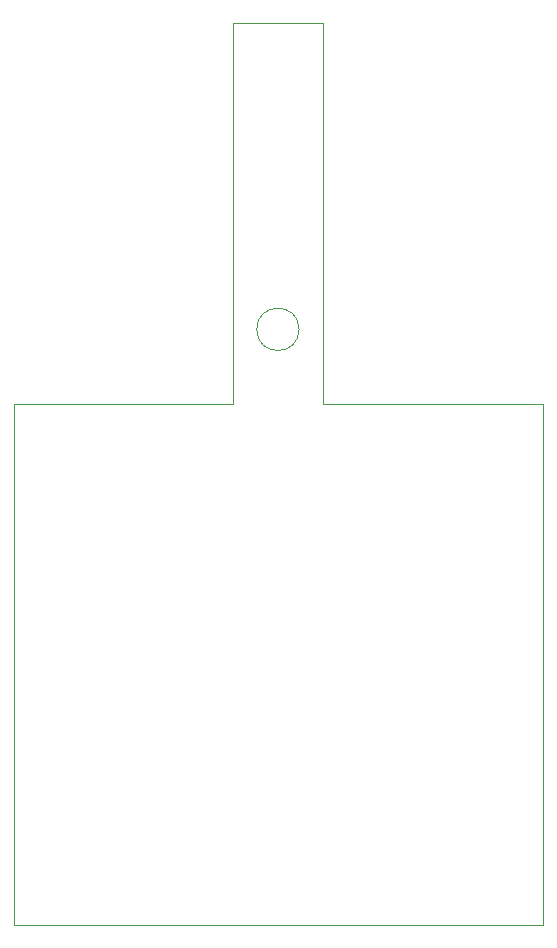
<source format=gm1>
G04 #@! TF.GenerationSoftware,KiCad,Pcbnew,6.0.10*
G04 #@! TF.CreationDate,2023-11-17T15:38:02-06:00*
G04 #@! TF.ProjectId,sensor_sigfox_3,73656e73-6f72-45f7-9369-67666f785f33,rev?*
G04 #@! TF.SameCoordinates,Original*
G04 #@! TF.FileFunction,Profile,NP*
%FSLAX46Y46*%
G04 Gerber Fmt 4.6, Leading zero omitted, Abs format (unit mm)*
G04 Created by KiCad (PCBNEW 6.0.10) date 2023-11-17 15:38:02*
%MOMM*%
%LPD*%
G01*
G04 APERTURE LIST*
G04 #@! TA.AperFunction,Profile*
%ADD10C,0.100000*%
G04 #@! TD*
G04 APERTURE END LIST*
D10*
X120142000Y-85598000D02*
X101600000Y-85598000D01*
X146431000Y-129667000D02*
X146431000Y-85598000D01*
X101600000Y-129667000D02*
X146431000Y-129667000D01*
X101600000Y-129667000D02*
X101600000Y-85598000D01*
X125748051Y-79248000D02*
G75*
G03*
X125748051Y-79248000I-1796051J0D01*
G01*
X127762000Y-53340000D02*
X127762000Y-85598000D01*
X127762000Y-85598000D02*
X146431000Y-85598000D01*
X120142000Y-53340000D02*
X127762000Y-53340000D01*
X120142000Y-53340000D02*
X120142000Y-85598000D01*
M02*

</source>
